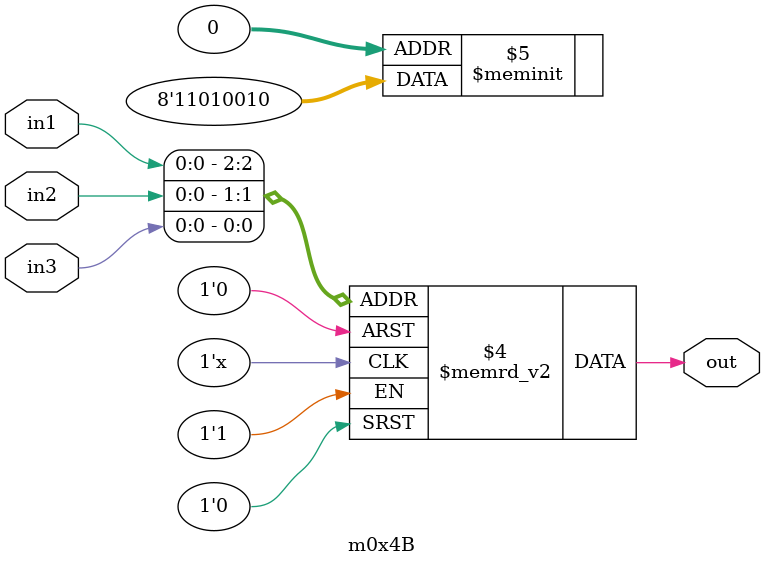
<source format=v>
module m0x4B(output out, input in1, in2, in3);

   always @(in1, in2, in3)
     begin
        case({in1, in2, in3})
          3'b000: {out} = 1'b0;
          3'b001: {out} = 1'b1;
          3'b010: {out} = 1'b0;
          3'b011: {out} = 1'b0;
          3'b100: {out} = 1'b1;
          3'b101: {out} = 1'b0;
          3'b110: {out} = 1'b1;
          3'b111: {out} = 1'b1;
        endcase // case ({in1, in2, in3})
     end // always @ (in1, in2, in3)

endmodule // m0x4B
</source>
